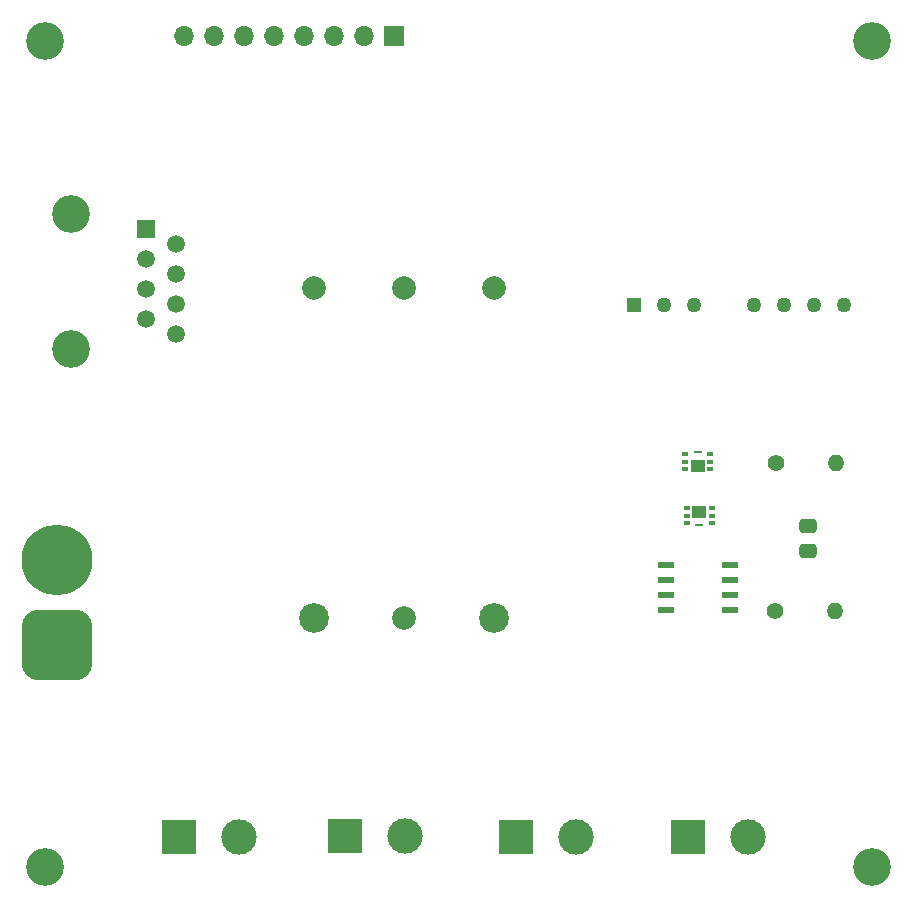
<source format=gbr>
%TF.GenerationSoftware,KiCad,Pcbnew,8.0.1*%
%TF.CreationDate,2024-07-22T19:22:35+02:00*%
%TF.ProjectId,Switch-_and_PowerDistribution-Board,53776974-6368-42d5-9f61-6e645f506f77,rev?*%
%TF.SameCoordinates,Original*%
%TF.FileFunction,Soldermask,Top*%
%TF.FilePolarity,Negative*%
%FSLAX46Y46*%
G04 Gerber Fmt 4.6, Leading zero omitted, Abs format (unit mm)*
G04 Created by KiCad (PCBNEW 8.0.1) date 2024-07-22 19:22:35*
%MOMM*%
%LPD*%
G01*
G04 APERTURE LIST*
G04 Aperture macros list*
%AMRoundRect*
0 Rectangle with rounded corners*
0 $1 Rounding radius*
0 $2 $3 $4 $5 $6 $7 $8 $9 X,Y pos of 4 corners*
0 Add a 4 corners polygon primitive as box body*
4,1,4,$2,$3,$4,$5,$6,$7,$8,$9,$2,$3,0*
0 Add four circle primitives for the rounded corners*
1,1,$1+$1,$2,$3*
1,1,$1+$1,$4,$5*
1,1,$1+$1,$6,$7*
1,1,$1+$1,$8,$9*
0 Add four rect primitives between the rounded corners*
20,1,$1+$1,$2,$3,$4,$5,0*
20,1,$1+$1,$4,$5,$6,$7,0*
20,1,$1+$1,$6,$7,$8,$9,0*
20,1,$1+$1,$8,$9,$2,$3,0*%
G04 Aperture macros list end*
%ADD10RoundRect,0.250000X0.475000X-0.337500X0.475000X0.337500X-0.475000X0.337500X-0.475000X-0.337500X0*%
%ADD11R,1.270000X1.270000*%
%ADD12C,1.270000*%
%ADD13R,3.000000X3.000000*%
%ADD14C,3.000000*%
%ADD15C,1.400000*%
%ADD16O,1.400000X1.400000*%
%ADD17C,3.200000*%
%ADD18R,1.700000X1.700000*%
%ADD19O,1.700000X1.700000*%
%ADD20C,2.006600*%
%ADD21C,2.514600*%
%ADD22R,1.500000X1.500000*%
%ADD23C,1.500000*%
%ADD24R,0.609600X0.304800*%
%ADD25R,1.244600X1.041400*%
%ADD26R,0.787400X0.228600*%
%ADD27RoundRect,1.500000X1.500000X-1.500000X1.500000X1.500000X-1.500000X1.500000X-1.500000X-1.500000X0*%
%ADD28C,6.000000*%
%ADD29R,1.460500X0.533400*%
G04 APERTURE END LIST*
D10*
%TO.C,C1*%
X124600000Y-103200000D03*
X124600000Y-101125000D03*
%TD*%
D11*
%TO.C,U2*%
X109820000Y-82400000D03*
D12*
X112360000Y-82400000D03*
X114900000Y-82400000D03*
X119980000Y-82400000D03*
X122520000Y-82400000D03*
X125060000Y-82400000D03*
X127600000Y-82400000D03*
%TD*%
D13*
%TO.C,J2*%
X71320000Y-127400000D03*
D14*
X76400000Y-127400000D03*
%TD*%
D15*
%TO.C,R2*%
X121851700Y-95759200D03*
D16*
X126931700Y-95759200D03*
%TD*%
D17*
%TO.C,H1*%
X60000000Y-60000000D03*
%TD*%
D18*
%TO.C,J3*%
X89512500Y-59635800D03*
D19*
X86972500Y-59635800D03*
X84432500Y-59635800D03*
X81892500Y-59635800D03*
X79352500Y-59635800D03*
X76812500Y-59635800D03*
X74272500Y-59635800D03*
X71732500Y-59635800D03*
%TD*%
D20*
%TO.C,U1*%
X98020000Y-80963400D03*
X90400000Y-80963400D03*
X82780000Y-80963400D03*
D21*
X82780000Y-108903400D03*
D20*
X90400000Y-108903400D03*
D21*
X98020000Y-108903400D03*
%TD*%
D13*
%TO.C,J6*%
X114400000Y-127400000D03*
D14*
X119480000Y-127400000D03*
%TD*%
D17*
%TO.C,H3*%
X60000000Y-130000000D03*
%TD*%
%TO.C,H4*%
X130000000Y-130000000D03*
%TD*%
%TO.C,J1*%
X62150000Y-74647500D03*
X62150000Y-86077500D03*
D22*
X68500000Y-75917500D03*
D23*
X71040000Y-77187500D03*
X68500000Y-78457500D03*
X71040000Y-79727500D03*
X68500000Y-80997500D03*
X71040000Y-82267500D03*
X68500000Y-83537500D03*
X71040000Y-84807500D03*
%TD*%
D24*
%TO.C,MOSFET1*%
X114291800Y-99550001D03*
X114291800Y-100200000D03*
X114291800Y-100849999D03*
X116400000Y-100849999D03*
X116400000Y-100200000D03*
X116400000Y-99550001D03*
D25*
X115345900Y-99870000D03*
D26*
X115345900Y-100985000D03*
%TD*%
D27*
%TO.C,J7*%
X61000000Y-111200000D03*
D28*
X61000000Y-104000000D03*
%TD*%
D24*
%TO.C,MOSFET2*%
X116284200Y-96294999D03*
X116284200Y-95645000D03*
X116284200Y-94995001D03*
X114176000Y-94995001D03*
X114176000Y-95645000D03*
X114176000Y-96294999D03*
D25*
X115230100Y-95975000D03*
D26*
X115230100Y-94860000D03*
%TD*%
D15*
%TO.C,R1*%
X121744200Y-108295000D03*
D16*
X126824200Y-108295000D03*
%TD*%
D29*
%TO.C,U3*%
X112560050Y-104390000D03*
X112560050Y-105660000D03*
X112560050Y-106930000D03*
X112560050Y-108200000D03*
X118008350Y-108200000D03*
X118008350Y-106930000D03*
X118008350Y-105660000D03*
X118008350Y-104390000D03*
%TD*%
D13*
%TO.C,J5*%
X85400000Y-127350000D03*
D14*
X90480000Y-127350000D03*
%TD*%
D17*
%TO.C,H2*%
X130000000Y-60000000D03*
%TD*%
D13*
%TO.C,J4*%
X99860000Y-127400000D03*
D14*
X104940000Y-127400000D03*
%TD*%
M02*

</source>
